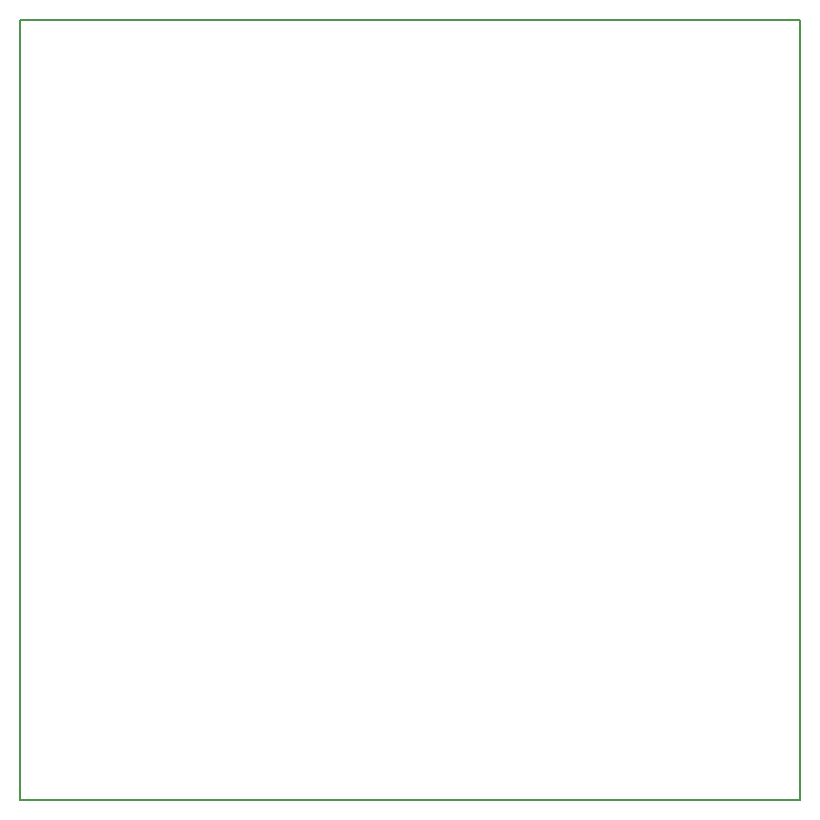
<source format=gbr>
G04 (created by PCBNEW (2013-jul-07)-stable) date pon, 28 lis 2016, 06:01:28*
%MOIN*%
G04 Gerber Fmt 3.4, Leading zero omitted, Abs format*
%FSLAX34Y34*%
G01*
G70*
G90*
G04 APERTURE LIST*
%ADD10C,0.00393701*%
%ADD11C,0.00590551*%
G04 APERTURE END LIST*
G54D10*
G54D11*
X97842Y-57467D02*
X97842Y-31482D01*
X71857Y-57467D02*
X97842Y-57467D01*
X71857Y-31482D02*
X71857Y-57467D01*
X97842Y-31482D02*
X71857Y-31482D01*
M02*

</source>
